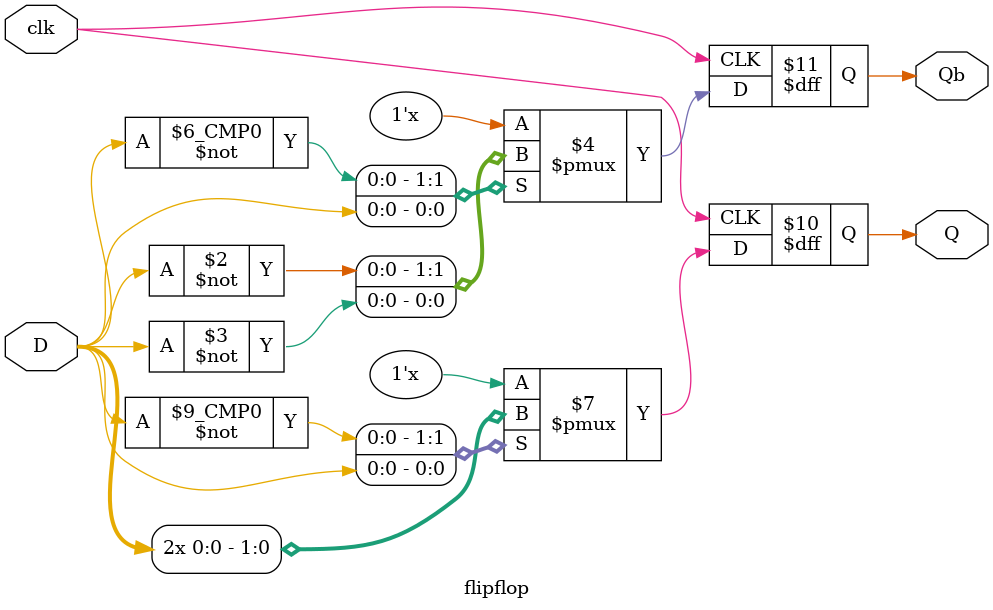
<source format=sv>
module flipflop (D,clk,Q,Qb);
  input D;
  input clk;
  output reg Q,Qb;
  always @ (posedge clk) begin
    case (D) 
      1'b0 : begin Q = D; Qb = ~Q; end
      1'b1 : begin Q = D; Qb = ~Q; end
    endcase
  end
endmodule
  

</source>
